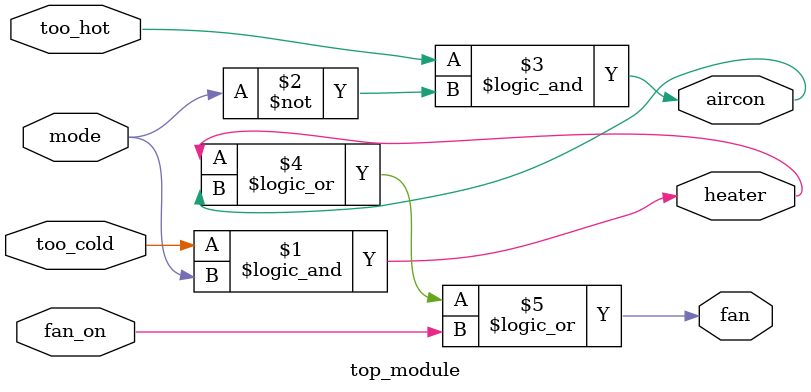
<source format=v>
module top_module (
    input too_cold,
    input too_hot,
    input mode,
    input fan_on,
    output heater,
    output aircon,
    output fan
); 
    assign heater=too_cold&&mode;
    assign aircon=too_hot&&~(mode);
    assign fan=heater||aircon||fan_on;
endmodule

</source>
